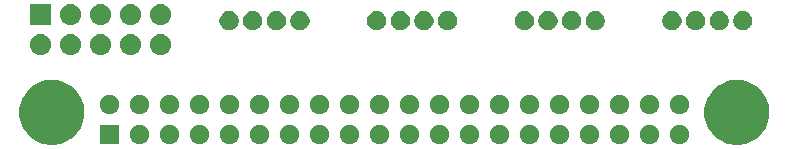
<source format=gbs>
G04 #@! TF.GenerationSoftware,KiCad,Pcbnew,(5.1.2-1)-1*
G04 #@! TF.CreationDate,2019-08-29T12:58:10+09:00*
G04 #@! TF.ProjectId,NervesAddonBoard,4e657276-6573-4416-9464-6f6e426f6172,rev?*
G04 #@! TF.SameCoordinates,Original*
G04 #@! TF.FileFunction,Soldermask,Bot*
G04 #@! TF.FilePolarity,Negative*
%FSLAX46Y46*%
G04 Gerber Fmt 4.6, Leading zero omitted, Abs format (unit mm)*
G04 Created by KiCad (PCBNEW (5.1.2-1)-1) date 2019-08-29 12:58:10*
%MOMM*%
%LPD*%
G04 APERTURE LIST*
%ADD10C,0.100000*%
G04 APERTURE END LIST*
D10*
G36*
X82036693Y-32061859D02*
G01*
X82302437Y-32114719D01*
X82803087Y-32322095D01*
X82983561Y-32442684D01*
X83253660Y-32623158D01*
X83636842Y-33006340D01*
X83817316Y-33276439D01*
X83937905Y-33456913D01*
X84145281Y-33957563D01*
X84187552Y-34170074D01*
X84248226Y-34475101D01*
X84251000Y-34489050D01*
X84251000Y-35030950D01*
X84145281Y-35562437D01*
X83937905Y-36063087D01*
X83817316Y-36243561D01*
X83636842Y-36513660D01*
X83253660Y-36896842D01*
X83076672Y-37015101D01*
X82803087Y-37197905D01*
X82302437Y-37405281D01*
X82112810Y-37443000D01*
X81770951Y-37511000D01*
X81229049Y-37511000D01*
X80887190Y-37443000D01*
X80697563Y-37405281D01*
X80196913Y-37197905D01*
X79923328Y-37015101D01*
X79746340Y-36896842D01*
X79363158Y-36513660D01*
X79182684Y-36243561D01*
X79062095Y-36063087D01*
X78854719Y-35562437D01*
X78749000Y-35030950D01*
X78749000Y-34489050D01*
X78751775Y-34475101D01*
X78812448Y-34170074D01*
X78854719Y-33957563D01*
X79062095Y-33456913D01*
X79182684Y-33276439D01*
X79363158Y-33006340D01*
X79746340Y-32623158D01*
X80016439Y-32442684D01*
X80196913Y-32322095D01*
X80697563Y-32114719D01*
X80963307Y-32061859D01*
X81229049Y-32009000D01*
X81770951Y-32009000D01*
X82036693Y-32061859D01*
X82036693Y-32061859D01*
G37*
G36*
X24036693Y-32061859D02*
G01*
X24302437Y-32114719D01*
X24803087Y-32322095D01*
X24983561Y-32442684D01*
X25253660Y-32623158D01*
X25636842Y-33006340D01*
X25817316Y-33276439D01*
X25937905Y-33456913D01*
X26145281Y-33957563D01*
X26187552Y-34170074D01*
X26248226Y-34475101D01*
X26251000Y-34489050D01*
X26251000Y-35030950D01*
X26145281Y-35562437D01*
X25937905Y-36063087D01*
X25817316Y-36243561D01*
X25636842Y-36513660D01*
X25253660Y-36896842D01*
X25076672Y-37015101D01*
X24803087Y-37197905D01*
X24302437Y-37405281D01*
X24112810Y-37443000D01*
X23770951Y-37511000D01*
X23229049Y-37511000D01*
X22887190Y-37443000D01*
X22697563Y-37405281D01*
X22196913Y-37197905D01*
X21923328Y-37015101D01*
X21746340Y-36896842D01*
X21363158Y-36513660D01*
X21182684Y-36243561D01*
X21062095Y-36063087D01*
X20854719Y-35562437D01*
X20749000Y-35030950D01*
X20749000Y-34489050D01*
X20751775Y-34475101D01*
X20812448Y-34170074D01*
X20854719Y-33957563D01*
X21062095Y-33456913D01*
X21182684Y-33276439D01*
X21363158Y-33006340D01*
X21746340Y-32623158D01*
X22016439Y-32442684D01*
X22196913Y-32322095D01*
X22697563Y-32114719D01*
X22963307Y-32061859D01*
X23229049Y-32009000D01*
X23770951Y-32009000D01*
X24036693Y-32061859D01*
X24036693Y-32061859D01*
G37*
G36*
X71787142Y-35848242D02*
G01*
X71935101Y-35909529D01*
X72068255Y-35998499D01*
X72181501Y-36111745D01*
X72270471Y-36244899D01*
X72331758Y-36392858D01*
X72363000Y-36549925D01*
X72363000Y-36710075D01*
X72331758Y-36867142D01*
X72270471Y-37015101D01*
X72181501Y-37148255D01*
X72068255Y-37261501D01*
X71935101Y-37350471D01*
X71787142Y-37411758D01*
X71630075Y-37443000D01*
X71469925Y-37443000D01*
X71312858Y-37411758D01*
X71164899Y-37350471D01*
X71031745Y-37261501D01*
X70918499Y-37148255D01*
X70829529Y-37015101D01*
X70768242Y-36867142D01*
X70737000Y-36710075D01*
X70737000Y-36549925D01*
X70768242Y-36392858D01*
X70829529Y-36244899D01*
X70918499Y-36111745D01*
X71031745Y-35998499D01*
X71164899Y-35909529D01*
X71312858Y-35848242D01*
X71469925Y-35817000D01*
X71630075Y-35817000D01*
X71787142Y-35848242D01*
X71787142Y-35848242D01*
G37*
G36*
X69247142Y-35848242D02*
G01*
X69395101Y-35909529D01*
X69528255Y-35998499D01*
X69641501Y-36111745D01*
X69730471Y-36244899D01*
X69791758Y-36392858D01*
X69823000Y-36549925D01*
X69823000Y-36710075D01*
X69791758Y-36867142D01*
X69730471Y-37015101D01*
X69641501Y-37148255D01*
X69528255Y-37261501D01*
X69395101Y-37350471D01*
X69247142Y-37411758D01*
X69090075Y-37443000D01*
X68929925Y-37443000D01*
X68772858Y-37411758D01*
X68624899Y-37350471D01*
X68491745Y-37261501D01*
X68378499Y-37148255D01*
X68289529Y-37015101D01*
X68228242Y-36867142D01*
X68197000Y-36710075D01*
X68197000Y-36549925D01*
X68228242Y-36392858D01*
X68289529Y-36244899D01*
X68378499Y-36111745D01*
X68491745Y-35998499D01*
X68624899Y-35909529D01*
X68772858Y-35848242D01*
X68929925Y-35817000D01*
X69090075Y-35817000D01*
X69247142Y-35848242D01*
X69247142Y-35848242D01*
G37*
G36*
X66707142Y-35848242D02*
G01*
X66855101Y-35909529D01*
X66988255Y-35998499D01*
X67101501Y-36111745D01*
X67190471Y-36244899D01*
X67251758Y-36392858D01*
X67283000Y-36549925D01*
X67283000Y-36710075D01*
X67251758Y-36867142D01*
X67190471Y-37015101D01*
X67101501Y-37148255D01*
X66988255Y-37261501D01*
X66855101Y-37350471D01*
X66707142Y-37411758D01*
X66550075Y-37443000D01*
X66389925Y-37443000D01*
X66232858Y-37411758D01*
X66084899Y-37350471D01*
X65951745Y-37261501D01*
X65838499Y-37148255D01*
X65749529Y-37015101D01*
X65688242Y-36867142D01*
X65657000Y-36710075D01*
X65657000Y-36549925D01*
X65688242Y-36392858D01*
X65749529Y-36244899D01*
X65838499Y-36111745D01*
X65951745Y-35998499D01*
X66084899Y-35909529D01*
X66232858Y-35848242D01*
X66389925Y-35817000D01*
X66550075Y-35817000D01*
X66707142Y-35848242D01*
X66707142Y-35848242D01*
G37*
G36*
X64167142Y-35848242D02*
G01*
X64315101Y-35909529D01*
X64448255Y-35998499D01*
X64561501Y-36111745D01*
X64650471Y-36244899D01*
X64711758Y-36392858D01*
X64743000Y-36549925D01*
X64743000Y-36710075D01*
X64711758Y-36867142D01*
X64650471Y-37015101D01*
X64561501Y-37148255D01*
X64448255Y-37261501D01*
X64315101Y-37350471D01*
X64167142Y-37411758D01*
X64010075Y-37443000D01*
X63849925Y-37443000D01*
X63692858Y-37411758D01*
X63544899Y-37350471D01*
X63411745Y-37261501D01*
X63298499Y-37148255D01*
X63209529Y-37015101D01*
X63148242Y-36867142D01*
X63117000Y-36710075D01*
X63117000Y-36549925D01*
X63148242Y-36392858D01*
X63209529Y-36244899D01*
X63298499Y-36111745D01*
X63411745Y-35998499D01*
X63544899Y-35909529D01*
X63692858Y-35848242D01*
X63849925Y-35817000D01*
X64010075Y-35817000D01*
X64167142Y-35848242D01*
X64167142Y-35848242D01*
G37*
G36*
X61627142Y-35848242D02*
G01*
X61775101Y-35909529D01*
X61908255Y-35998499D01*
X62021501Y-36111745D01*
X62110471Y-36244899D01*
X62171758Y-36392858D01*
X62203000Y-36549925D01*
X62203000Y-36710075D01*
X62171758Y-36867142D01*
X62110471Y-37015101D01*
X62021501Y-37148255D01*
X61908255Y-37261501D01*
X61775101Y-37350471D01*
X61627142Y-37411758D01*
X61470075Y-37443000D01*
X61309925Y-37443000D01*
X61152858Y-37411758D01*
X61004899Y-37350471D01*
X60871745Y-37261501D01*
X60758499Y-37148255D01*
X60669529Y-37015101D01*
X60608242Y-36867142D01*
X60577000Y-36710075D01*
X60577000Y-36549925D01*
X60608242Y-36392858D01*
X60669529Y-36244899D01*
X60758499Y-36111745D01*
X60871745Y-35998499D01*
X61004899Y-35909529D01*
X61152858Y-35848242D01*
X61309925Y-35817000D01*
X61470075Y-35817000D01*
X61627142Y-35848242D01*
X61627142Y-35848242D01*
G37*
G36*
X59087142Y-35848242D02*
G01*
X59235101Y-35909529D01*
X59368255Y-35998499D01*
X59481501Y-36111745D01*
X59570471Y-36244899D01*
X59631758Y-36392858D01*
X59663000Y-36549925D01*
X59663000Y-36710075D01*
X59631758Y-36867142D01*
X59570471Y-37015101D01*
X59481501Y-37148255D01*
X59368255Y-37261501D01*
X59235101Y-37350471D01*
X59087142Y-37411758D01*
X58930075Y-37443000D01*
X58769925Y-37443000D01*
X58612858Y-37411758D01*
X58464899Y-37350471D01*
X58331745Y-37261501D01*
X58218499Y-37148255D01*
X58129529Y-37015101D01*
X58068242Y-36867142D01*
X58037000Y-36710075D01*
X58037000Y-36549925D01*
X58068242Y-36392858D01*
X58129529Y-36244899D01*
X58218499Y-36111745D01*
X58331745Y-35998499D01*
X58464899Y-35909529D01*
X58612858Y-35848242D01*
X58769925Y-35817000D01*
X58930075Y-35817000D01*
X59087142Y-35848242D01*
X59087142Y-35848242D01*
G37*
G36*
X56547142Y-35848242D02*
G01*
X56695101Y-35909529D01*
X56828255Y-35998499D01*
X56941501Y-36111745D01*
X57030471Y-36244899D01*
X57091758Y-36392858D01*
X57123000Y-36549925D01*
X57123000Y-36710075D01*
X57091758Y-36867142D01*
X57030471Y-37015101D01*
X56941501Y-37148255D01*
X56828255Y-37261501D01*
X56695101Y-37350471D01*
X56547142Y-37411758D01*
X56390075Y-37443000D01*
X56229925Y-37443000D01*
X56072858Y-37411758D01*
X55924899Y-37350471D01*
X55791745Y-37261501D01*
X55678499Y-37148255D01*
X55589529Y-37015101D01*
X55528242Y-36867142D01*
X55497000Y-36710075D01*
X55497000Y-36549925D01*
X55528242Y-36392858D01*
X55589529Y-36244899D01*
X55678499Y-36111745D01*
X55791745Y-35998499D01*
X55924899Y-35909529D01*
X56072858Y-35848242D01*
X56229925Y-35817000D01*
X56390075Y-35817000D01*
X56547142Y-35848242D01*
X56547142Y-35848242D01*
G37*
G36*
X54007142Y-35848242D02*
G01*
X54155101Y-35909529D01*
X54288255Y-35998499D01*
X54401501Y-36111745D01*
X54490471Y-36244899D01*
X54551758Y-36392858D01*
X54583000Y-36549925D01*
X54583000Y-36710075D01*
X54551758Y-36867142D01*
X54490471Y-37015101D01*
X54401501Y-37148255D01*
X54288255Y-37261501D01*
X54155101Y-37350471D01*
X54007142Y-37411758D01*
X53850075Y-37443000D01*
X53689925Y-37443000D01*
X53532858Y-37411758D01*
X53384899Y-37350471D01*
X53251745Y-37261501D01*
X53138499Y-37148255D01*
X53049529Y-37015101D01*
X52988242Y-36867142D01*
X52957000Y-36710075D01*
X52957000Y-36549925D01*
X52988242Y-36392858D01*
X53049529Y-36244899D01*
X53138499Y-36111745D01*
X53251745Y-35998499D01*
X53384899Y-35909529D01*
X53532858Y-35848242D01*
X53689925Y-35817000D01*
X53850075Y-35817000D01*
X54007142Y-35848242D01*
X54007142Y-35848242D01*
G37*
G36*
X51467142Y-35848242D02*
G01*
X51615101Y-35909529D01*
X51748255Y-35998499D01*
X51861501Y-36111745D01*
X51950471Y-36244899D01*
X52011758Y-36392858D01*
X52043000Y-36549925D01*
X52043000Y-36710075D01*
X52011758Y-36867142D01*
X51950471Y-37015101D01*
X51861501Y-37148255D01*
X51748255Y-37261501D01*
X51615101Y-37350471D01*
X51467142Y-37411758D01*
X51310075Y-37443000D01*
X51149925Y-37443000D01*
X50992858Y-37411758D01*
X50844899Y-37350471D01*
X50711745Y-37261501D01*
X50598499Y-37148255D01*
X50509529Y-37015101D01*
X50448242Y-36867142D01*
X50417000Y-36710075D01*
X50417000Y-36549925D01*
X50448242Y-36392858D01*
X50509529Y-36244899D01*
X50598499Y-36111745D01*
X50711745Y-35998499D01*
X50844899Y-35909529D01*
X50992858Y-35848242D01*
X51149925Y-35817000D01*
X51310075Y-35817000D01*
X51467142Y-35848242D01*
X51467142Y-35848242D01*
G37*
G36*
X48927142Y-35848242D02*
G01*
X49075101Y-35909529D01*
X49208255Y-35998499D01*
X49321501Y-36111745D01*
X49410471Y-36244899D01*
X49471758Y-36392858D01*
X49503000Y-36549925D01*
X49503000Y-36710075D01*
X49471758Y-36867142D01*
X49410471Y-37015101D01*
X49321501Y-37148255D01*
X49208255Y-37261501D01*
X49075101Y-37350471D01*
X48927142Y-37411758D01*
X48770075Y-37443000D01*
X48609925Y-37443000D01*
X48452858Y-37411758D01*
X48304899Y-37350471D01*
X48171745Y-37261501D01*
X48058499Y-37148255D01*
X47969529Y-37015101D01*
X47908242Y-36867142D01*
X47877000Y-36710075D01*
X47877000Y-36549925D01*
X47908242Y-36392858D01*
X47969529Y-36244899D01*
X48058499Y-36111745D01*
X48171745Y-35998499D01*
X48304899Y-35909529D01*
X48452858Y-35848242D01*
X48609925Y-35817000D01*
X48770075Y-35817000D01*
X48927142Y-35848242D01*
X48927142Y-35848242D01*
G37*
G36*
X46387142Y-35848242D02*
G01*
X46535101Y-35909529D01*
X46668255Y-35998499D01*
X46781501Y-36111745D01*
X46870471Y-36244899D01*
X46931758Y-36392858D01*
X46963000Y-36549925D01*
X46963000Y-36710075D01*
X46931758Y-36867142D01*
X46870471Y-37015101D01*
X46781501Y-37148255D01*
X46668255Y-37261501D01*
X46535101Y-37350471D01*
X46387142Y-37411758D01*
X46230075Y-37443000D01*
X46069925Y-37443000D01*
X45912858Y-37411758D01*
X45764899Y-37350471D01*
X45631745Y-37261501D01*
X45518499Y-37148255D01*
X45429529Y-37015101D01*
X45368242Y-36867142D01*
X45337000Y-36710075D01*
X45337000Y-36549925D01*
X45368242Y-36392858D01*
X45429529Y-36244899D01*
X45518499Y-36111745D01*
X45631745Y-35998499D01*
X45764899Y-35909529D01*
X45912858Y-35848242D01*
X46069925Y-35817000D01*
X46230075Y-35817000D01*
X46387142Y-35848242D01*
X46387142Y-35848242D01*
G37*
G36*
X43847142Y-35848242D02*
G01*
X43995101Y-35909529D01*
X44128255Y-35998499D01*
X44241501Y-36111745D01*
X44330471Y-36244899D01*
X44391758Y-36392858D01*
X44423000Y-36549925D01*
X44423000Y-36710075D01*
X44391758Y-36867142D01*
X44330471Y-37015101D01*
X44241501Y-37148255D01*
X44128255Y-37261501D01*
X43995101Y-37350471D01*
X43847142Y-37411758D01*
X43690075Y-37443000D01*
X43529925Y-37443000D01*
X43372858Y-37411758D01*
X43224899Y-37350471D01*
X43091745Y-37261501D01*
X42978499Y-37148255D01*
X42889529Y-37015101D01*
X42828242Y-36867142D01*
X42797000Y-36710075D01*
X42797000Y-36549925D01*
X42828242Y-36392858D01*
X42889529Y-36244899D01*
X42978499Y-36111745D01*
X43091745Y-35998499D01*
X43224899Y-35909529D01*
X43372858Y-35848242D01*
X43529925Y-35817000D01*
X43690075Y-35817000D01*
X43847142Y-35848242D01*
X43847142Y-35848242D01*
G37*
G36*
X41307142Y-35848242D02*
G01*
X41455101Y-35909529D01*
X41588255Y-35998499D01*
X41701501Y-36111745D01*
X41790471Y-36244899D01*
X41851758Y-36392858D01*
X41883000Y-36549925D01*
X41883000Y-36710075D01*
X41851758Y-36867142D01*
X41790471Y-37015101D01*
X41701501Y-37148255D01*
X41588255Y-37261501D01*
X41455101Y-37350471D01*
X41307142Y-37411758D01*
X41150075Y-37443000D01*
X40989925Y-37443000D01*
X40832858Y-37411758D01*
X40684899Y-37350471D01*
X40551745Y-37261501D01*
X40438499Y-37148255D01*
X40349529Y-37015101D01*
X40288242Y-36867142D01*
X40257000Y-36710075D01*
X40257000Y-36549925D01*
X40288242Y-36392858D01*
X40349529Y-36244899D01*
X40438499Y-36111745D01*
X40551745Y-35998499D01*
X40684899Y-35909529D01*
X40832858Y-35848242D01*
X40989925Y-35817000D01*
X41150075Y-35817000D01*
X41307142Y-35848242D01*
X41307142Y-35848242D01*
G37*
G36*
X38767142Y-35848242D02*
G01*
X38915101Y-35909529D01*
X39048255Y-35998499D01*
X39161501Y-36111745D01*
X39250471Y-36244899D01*
X39311758Y-36392858D01*
X39343000Y-36549925D01*
X39343000Y-36710075D01*
X39311758Y-36867142D01*
X39250471Y-37015101D01*
X39161501Y-37148255D01*
X39048255Y-37261501D01*
X38915101Y-37350471D01*
X38767142Y-37411758D01*
X38610075Y-37443000D01*
X38449925Y-37443000D01*
X38292858Y-37411758D01*
X38144899Y-37350471D01*
X38011745Y-37261501D01*
X37898499Y-37148255D01*
X37809529Y-37015101D01*
X37748242Y-36867142D01*
X37717000Y-36710075D01*
X37717000Y-36549925D01*
X37748242Y-36392858D01*
X37809529Y-36244899D01*
X37898499Y-36111745D01*
X38011745Y-35998499D01*
X38144899Y-35909529D01*
X38292858Y-35848242D01*
X38449925Y-35817000D01*
X38610075Y-35817000D01*
X38767142Y-35848242D01*
X38767142Y-35848242D01*
G37*
G36*
X36227142Y-35848242D02*
G01*
X36375101Y-35909529D01*
X36508255Y-35998499D01*
X36621501Y-36111745D01*
X36710471Y-36244899D01*
X36771758Y-36392858D01*
X36803000Y-36549925D01*
X36803000Y-36710075D01*
X36771758Y-36867142D01*
X36710471Y-37015101D01*
X36621501Y-37148255D01*
X36508255Y-37261501D01*
X36375101Y-37350471D01*
X36227142Y-37411758D01*
X36070075Y-37443000D01*
X35909925Y-37443000D01*
X35752858Y-37411758D01*
X35604899Y-37350471D01*
X35471745Y-37261501D01*
X35358499Y-37148255D01*
X35269529Y-37015101D01*
X35208242Y-36867142D01*
X35177000Y-36710075D01*
X35177000Y-36549925D01*
X35208242Y-36392858D01*
X35269529Y-36244899D01*
X35358499Y-36111745D01*
X35471745Y-35998499D01*
X35604899Y-35909529D01*
X35752858Y-35848242D01*
X35909925Y-35817000D01*
X36070075Y-35817000D01*
X36227142Y-35848242D01*
X36227142Y-35848242D01*
G37*
G36*
X33687142Y-35848242D02*
G01*
X33835101Y-35909529D01*
X33968255Y-35998499D01*
X34081501Y-36111745D01*
X34170471Y-36244899D01*
X34231758Y-36392858D01*
X34263000Y-36549925D01*
X34263000Y-36710075D01*
X34231758Y-36867142D01*
X34170471Y-37015101D01*
X34081501Y-37148255D01*
X33968255Y-37261501D01*
X33835101Y-37350471D01*
X33687142Y-37411758D01*
X33530075Y-37443000D01*
X33369925Y-37443000D01*
X33212858Y-37411758D01*
X33064899Y-37350471D01*
X32931745Y-37261501D01*
X32818499Y-37148255D01*
X32729529Y-37015101D01*
X32668242Y-36867142D01*
X32637000Y-36710075D01*
X32637000Y-36549925D01*
X32668242Y-36392858D01*
X32729529Y-36244899D01*
X32818499Y-36111745D01*
X32931745Y-35998499D01*
X33064899Y-35909529D01*
X33212858Y-35848242D01*
X33369925Y-35817000D01*
X33530075Y-35817000D01*
X33687142Y-35848242D01*
X33687142Y-35848242D01*
G37*
G36*
X31147142Y-35848242D02*
G01*
X31295101Y-35909529D01*
X31428255Y-35998499D01*
X31541501Y-36111745D01*
X31630471Y-36244899D01*
X31691758Y-36392858D01*
X31723000Y-36549925D01*
X31723000Y-36710075D01*
X31691758Y-36867142D01*
X31630471Y-37015101D01*
X31541501Y-37148255D01*
X31428255Y-37261501D01*
X31295101Y-37350471D01*
X31147142Y-37411758D01*
X30990075Y-37443000D01*
X30829925Y-37443000D01*
X30672858Y-37411758D01*
X30524899Y-37350471D01*
X30391745Y-37261501D01*
X30278499Y-37148255D01*
X30189529Y-37015101D01*
X30128242Y-36867142D01*
X30097000Y-36710075D01*
X30097000Y-36549925D01*
X30128242Y-36392858D01*
X30189529Y-36244899D01*
X30278499Y-36111745D01*
X30391745Y-35998499D01*
X30524899Y-35909529D01*
X30672858Y-35848242D01*
X30829925Y-35817000D01*
X30990075Y-35817000D01*
X31147142Y-35848242D01*
X31147142Y-35848242D01*
G37*
G36*
X29183000Y-37443000D02*
G01*
X27557000Y-37443000D01*
X27557000Y-35817000D01*
X29183000Y-35817000D01*
X29183000Y-37443000D01*
X29183000Y-37443000D01*
G37*
G36*
X74327142Y-35848242D02*
G01*
X74475101Y-35909529D01*
X74608255Y-35998499D01*
X74721501Y-36111745D01*
X74810471Y-36244899D01*
X74871758Y-36392858D01*
X74903000Y-36549925D01*
X74903000Y-36710075D01*
X74871758Y-36867142D01*
X74810471Y-37015101D01*
X74721501Y-37148255D01*
X74608255Y-37261501D01*
X74475101Y-37350471D01*
X74327142Y-37411758D01*
X74170075Y-37443000D01*
X74009925Y-37443000D01*
X73852858Y-37411758D01*
X73704899Y-37350471D01*
X73571745Y-37261501D01*
X73458499Y-37148255D01*
X73369529Y-37015101D01*
X73308242Y-36867142D01*
X73277000Y-36710075D01*
X73277000Y-36549925D01*
X73308242Y-36392858D01*
X73369529Y-36244899D01*
X73458499Y-36111745D01*
X73571745Y-35998499D01*
X73704899Y-35909529D01*
X73852858Y-35848242D01*
X74009925Y-35817000D01*
X74170075Y-35817000D01*
X74327142Y-35848242D01*
X74327142Y-35848242D01*
G37*
G36*
X76867142Y-35848242D02*
G01*
X77015101Y-35909529D01*
X77148255Y-35998499D01*
X77261501Y-36111745D01*
X77350471Y-36244899D01*
X77411758Y-36392858D01*
X77443000Y-36549925D01*
X77443000Y-36710075D01*
X77411758Y-36867142D01*
X77350471Y-37015101D01*
X77261501Y-37148255D01*
X77148255Y-37261501D01*
X77015101Y-37350471D01*
X76867142Y-37411758D01*
X76710075Y-37443000D01*
X76549925Y-37443000D01*
X76392858Y-37411758D01*
X76244899Y-37350471D01*
X76111745Y-37261501D01*
X75998499Y-37148255D01*
X75909529Y-37015101D01*
X75848242Y-36867142D01*
X75817000Y-36710075D01*
X75817000Y-36549925D01*
X75848242Y-36392858D01*
X75909529Y-36244899D01*
X75998499Y-36111745D01*
X76111745Y-35998499D01*
X76244899Y-35909529D01*
X76392858Y-35848242D01*
X76549925Y-35817000D01*
X76710075Y-35817000D01*
X76867142Y-35848242D01*
X76867142Y-35848242D01*
G37*
G36*
X46387142Y-33308242D02*
G01*
X46535101Y-33369529D01*
X46668255Y-33458499D01*
X46781501Y-33571745D01*
X46870471Y-33704899D01*
X46931758Y-33852858D01*
X46963000Y-34009925D01*
X46963000Y-34170075D01*
X46931758Y-34327142D01*
X46870471Y-34475101D01*
X46781501Y-34608255D01*
X46668255Y-34721501D01*
X46535101Y-34810471D01*
X46387142Y-34871758D01*
X46230075Y-34903000D01*
X46069925Y-34903000D01*
X45912858Y-34871758D01*
X45764899Y-34810471D01*
X45631745Y-34721501D01*
X45518499Y-34608255D01*
X45429529Y-34475101D01*
X45368242Y-34327142D01*
X45337000Y-34170075D01*
X45337000Y-34009925D01*
X45368242Y-33852858D01*
X45429529Y-33704899D01*
X45518499Y-33571745D01*
X45631745Y-33458499D01*
X45764899Y-33369529D01*
X45912858Y-33308242D01*
X46069925Y-33277000D01*
X46230075Y-33277000D01*
X46387142Y-33308242D01*
X46387142Y-33308242D01*
G37*
G36*
X43847142Y-33308242D02*
G01*
X43995101Y-33369529D01*
X44128255Y-33458499D01*
X44241501Y-33571745D01*
X44330471Y-33704899D01*
X44391758Y-33852858D01*
X44423000Y-34009925D01*
X44423000Y-34170075D01*
X44391758Y-34327142D01*
X44330471Y-34475101D01*
X44241501Y-34608255D01*
X44128255Y-34721501D01*
X43995101Y-34810471D01*
X43847142Y-34871758D01*
X43690075Y-34903000D01*
X43529925Y-34903000D01*
X43372858Y-34871758D01*
X43224899Y-34810471D01*
X43091745Y-34721501D01*
X42978499Y-34608255D01*
X42889529Y-34475101D01*
X42828242Y-34327142D01*
X42797000Y-34170075D01*
X42797000Y-34009925D01*
X42828242Y-33852858D01*
X42889529Y-33704899D01*
X42978499Y-33571745D01*
X43091745Y-33458499D01*
X43224899Y-33369529D01*
X43372858Y-33308242D01*
X43529925Y-33277000D01*
X43690075Y-33277000D01*
X43847142Y-33308242D01*
X43847142Y-33308242D01*
G37*
G36*
X76867142Y-33308242D02*
G01*
X77015101Y-33369529D01*
X77148255Y-33458499D01*
X77261501Y-33571745D01*
X77350471Y-33704899D01*
X77411758Y-33852858D01*
X77443000Y-34009925D01*
X77443000Y-34170075D01*
X77411758Y-34327142D01*
X77350471Y-34475101D01*
X77261501Y-34608255D01*
X77148255Y-34721501D01*
X77015101Y-34810471D01*
X76867142Y-34871758D01*
X76710075Y-34903000D01*
X76549925Y-34903000D01*
X76392858Y-34871758D01*
X76244899Y-34810471D01*
X76111745Y-34721501D01*
X75998499Y-34608255D01*
X75909529Y-34475101D01*
X75848242Y-34327142D01*
X75817000Y-34170075D01*
X75817000Y-34009925D01*
X75848242Y-33852858D01*
X75909529Y-33704899D01*
X75998499Y-33571745D01*
X76111745Y-33458499D01*
X76244899Y-33369529D01*
X76392858Y-33308242D01*
X76549925Y-33277000D01*
X76710075Y-33277000D01*
X76867142Y-33308242D01*
X76867142Y-33308242D01*
G37*
G36*
X74327142Y-33308242D02*
G01*
X74475101Y-33369529D01*
X74608255Y-33458499D01*
X74721501Y-33571745D01*
X74810471Y-33704899D01*
X74871758Y-33852858D01*
X74903000Y-34009925D01*
X74903000Y-34170075D01*
X74871758Y-34327142D01*
X74810471Y-34475101D01*
X74721501Y-34608255D01*
X74608255Y-34721501D01*
X74475101Y-34810471D01*
X74327142Y-34871758D01*
X74170075Y-34903000D01*
X74009925Y-34903000D01*
X73852858Y-34871758D01*
X73704899Y-34810471D01*
X73571745Y-34721501D01*
X73458499Y-34608255D01*
X73369529Y-34475101D01*
X73308242Y-34327142D01*
X73277000Y-34170075D01*
X73277000Y-34009925D01*
X73308242Y-33852858D01*
X73369529Y-33704899D01*
X73458499Y-33571745D01*
X73571745Y-33458499D01*
X73704899Y-33369529D01*
X73852858Y-33308242D01*
X74009925Y-33277000D01*
X74170075Y-33277000D01*
X74327142Y-33308242D01*
X74327142Y-33308242D01*
G37*
G36*
X41307142Y-33308242D02*
G01*
X41455101Y-33369529D01*
X41588255Y-33458499D01*
X41701501Y-33571745D01*
X41790471Y-33704899D01*
X41851758Y-33852858D01*
X41883000Y-34009925D01*
X41883000Y-34170075D01*
X41851758Y-34327142D01*
X41790471Y-34475101D01*
X41701501Y-34608255D01*
X41588255Y-34721501D01*
X41455101Y-34810471D01*
X41307142Y-34871758D01*
X41150075Y-34903000D01*
X40989925Y-34903000D01*
X40832858Y-34871758D01*
X40684899Y-34810471D01*
X40551745Y-34721501D01*
X40438499Y-34608255D01*
X40349529Y-34475101D01*
X40288242Y-34327142D01*
X40257000Y-34170075D01*
X40257000Y-34009925D01*
X40288242Y-33852858D01*
X40349529Y-33704899D01*
X40438499Y-33571745D01*
X40551745Y-33458499D01*
X40684899Y-33369529D01*
X40832858Y-33308242D01*
X40989925Y-33277000D01*
X41150075Y-33277000D01*
X41307142Y-33308242D01*
X41307142Y-33308242D01*
G37*
G36*
X71787142Y-33308242D02*
G01*
X71935101Y-33369529D01*
X72068255Y-33458499D01*
X72181501Y-33571745D01*
X72270471Y-33704899D01*
X72331758Y-33852858D01*
X72363000Y-34009925D01*
X72363000Y-34170075D01*
X72331758Y-34327142D01*
X72270471Y-34475101D01*
X72181501Y-34608255D01*
X72068255Y-34721501D01*
X71935101Y-34810471D01*
X71787142Y-34871758D01*
X71630075Y-34903000D01*
X71469925Y-34903000D01*
X71312858Y-34871758D01*
X71164899Y-34810471D01*
X71031745Y-34721501D01*
X70918499Y-34608255D01*
X70829529Y-34475101D01*
X70768242Y-34327142D01*
X70737000Y-34170075D01*
X70737000Y-34009925D01*
X70768242Y-33852858D01*
X70829529Y-33704899D01*
X70918499Y-33571745D01*
X71031745Y-33458499D01*
X71164899Y-33369529D01*
X71312858Y-33308242D01*
X71469925Y-33277000D01*
X71630075Y-33277000D01*
X71787142Y-33308242D01*
X71787142Y-33308242D01*
G37*
G36*
X38767142Y-33308242D02*
G01*
X38915101Y-33369529D01*
X39048255Y-33458499D01*
X39161501Y-33571745D01*
X39250471Y-33704899D01*
X39311758Y-33852858D01*
X39343000Y-34009925D01*
X39343000Y-34170075D01*
X39311758Y-34327142D01*
X39250471Y-34475101D01*
X39161501Y-34608255D01*
X39048255Y-34721501D01*
X38915101Y-34810471D01*
X38767142Y-34871758D01*
X38610075Y-34903000D01*
X38449925Y-34903000D01*
X38292858Y-34871758D01*
X38144899Y-34810471D01*
X38011745Y-34721501D01*
X37898499Y-34608255D01*
X37809529Y-34475101D01*
X37748242Y-34327142D01*
X37717000Y-34170075D01*
X37717000Y-34009925D01*
X37748242Y-33852858D01*
X37809529Y-33704899D01*
X37898499Y-33571745D01*
X38011745Y-33458499D01*
X38144899Y-33369529D01*
X38292858Y-33308242D01*
X38449925Y-33277000D01*
X38610075Y-33277000D01*
X38767142Y-33308242D01*
X38767142Y-33308242D01*
G37*
G36*
X69247142Y-33308242D02*
G01*
X69395101Y-33369529D01*
X69528255Y-33458499D01*
X69641501Y-33571745D01*
X69730471Y-33704899D01*
X69791758Y-33852858D01*
X69823000Y-34009925D01*
X69823000Y-34170075D01*
X69791758Y-34327142D01*
X69730471Y-34475101D01*
X69641501Y-34608255D01*
X69528255Y-34721501D01*
X69395101Y-34810471D01*
X69247142Y-34871758D01*
X69090075Y-34903000D01*
X68929925Y-34903000D01*
X68772858Y-34871758D01*
X68624899Y-34810471D01*
X68491745Y-34721501D01*
X68378499Y-34608255D01*
X68289529Y-34475101D01*
X68228242Y-34327142D01*
X68197000Y-34170075D01*
X68197000Y-34009925D01*
X68228242Y-33852858D01*
X68289529Y-33704899D01*
X68378499Y-33571745D01*
X68491745Y-33458499D01*
X68624899Y-33369529D01*
X68772858Y-33308242D01*
X68929925Y-33277000D01*
X69090075Y-33277000D01*
X69247142Y-33308242D01*
X69247142Y-33308242D01*
G37*
G36*
X36227142Y-33308242D02*
G01*
X36375101Y-33369529D01*
X36508255Y-33458499D01*
X36621501Y-33571745D01*
X36710471Y-33704899D01*
X36771758Y-33852858D01*
X36803000Y-34009925D01*
X36803000Y-34170075D01*
X36771758Y-34327142D01*
X36710471Y-34475101D01*
X36621501Y-34608255D01*
X36508255Y-34721501D01*
X36375101Y-34810471D01*
X36227142Y-34871758D01*
X36070075Y-34903000D01*
X35909925Y-34903000D01*
X35752858Y-34871758D01*
X35604899Y-34810471D01*
X35471745Y-34721501D01*
X35358499Y-34608255D01*
X35269529Y-34475101D01*
X35208242Y-34327142D01*
X35177000Y-34170075D01*
X35177000Y-34009925D01*
X35208242Y-33852858D01*
X35269529Y-33704899D01*
X35358499Y-33571745D01*
X35471745Y-33458499D01*
X35604899Y-33369529D01*
X35752858Y-33308242D01*
X35909925Y-33277000D01*
X36070075Y-33277000D01*
X36227142Y-33308242D01*
X36227142Y-33308242D01*
G37*
G36*
X28607142Y-33308242D02*
G01*
X28755101Y-33369529D01*
X28888255Y-33458499D01*
X29001501Y-33571745D01*
X29090471Y-33704899D01*
X29151758Y-33852858D01*
X29183000Y-34009925D01*
X29183000Y-34170075D01*
X29151758Y-34327142D01*
X29090471Y-34475101D01*
X29001501Y-34608255D01*
X28888255Y-34721501D01*
X28755101Y-34810471D01*
X28607142Y-34871758D01*
X28450075Y-34903000D01*
X28289925Y-34903000D01*
X28132858Y-34871758D01*
X27984899Y-34810471D01*
X27851745Y-34721501D01*
X27738499Y-34608255D01*
X27649529Y-34475101D01*
X27588242Y-34327142D01*
X27557000Y-34170075D01*
X27557000Y-34009925D01*
X27588242Y-33852858D01*
X27649529Y-33704899D01*
X27738499Y-33571745D01*
X27851745Y-33458499D01*
X27984899Y-33369529D01*
X28132858Y-33308242D01*
X28289925Y-33277000D01*
X28450075Y-33277000D01*
X28607142Y-33308242D01*
X28607142Y-33308242D01*
G37*
G36*
X31147142Y-33308242D02*
G01*
X31295101Y-33369529D01*
X31428255Y-33458499D01*
X31541501Y-33571745D01*
X31630471Y-33704899D01*
X31691758Y-33852858D01*
X31723000Y-34009925D01*
X31723000Y-34170075D01*
X31691758Y-34327142D01*
X31630471Y-34475101D01*
X31541501Y-34608255D01*
X31428255Y-34721501D01*
X31295101Y-34810471D01*
X31147142Y-34871758D01*
X30990075Y-34903000D01*
X30829925Y-34903000D01*
X30672858Y-34871758D01*
X30524899Y-34810471D01*
X30391745Y-34721501D01*
X30278499Y-34608255D01*
X30189529Y-34475101D01*
X30128242Y-34327142D01*
X30097000Y-34170075D01*
X30097000Y-34009925D01*
X30128242Y-33852858D01*
X30189529Y-33704899D01*
X30278499Y-33571745D01*
X30391745Y-33458499D01*
X30524899Y-33369529D01*
X30672858Y-33308242D01*
X30829925Y-33277000D01*
X30990075Y-33277000D01*
X31147142Y-33308242D01*
X31147142Y-33308242D01*
G37*
G36*
X66707142Y-33308242D02*
G01*
X66855101Y-33369529D01*
X66988255Y-33458499D01*
X67101501Y-33571745D01*
X67190471Y-33704899D01*
X67251758Y-33852858D01*
X67283000Y-34009925D01*
X67283000Y-34170075D01*
X67251758Y-34327142D01*
X67190471Y-34475101D01*
X67101501Y-34608255D01*
X66988255Y-34721501D01*
X66855101Y-34810471D01*
X66707142Y-34871758D01*
X66550075Y-34903000D01*
X66389925Y-34903000D01*
X66232858Y-34871758D01*
X66084899Y-34810471D01*
X65951745Y-34721501D01*
X65838499Y-34608255D01*
X65749529Y-34475101D01*
X65688242Y-34327142D01*
X65657000Y-34170075D01*
X65657000Y-34009925D01*
X65688242Y-33852858D01*
X65749529Y-33704899D01*
X65838499Y-33571745D01*
X65951745Y-33458499D01*
X66084899Y-33369529D01*
X66232858Y-33308242D01*
X66389925Y-33277000D01*
X66550075Y-33277000D01*
X66707142Y-33308242D01*
X66707142Y-33308242D01*
G37*
G36*
X33687142Y-33308242D02*
G01*
X33835101Y-33369529D01*
X33968255Y-33458499D01*
X34081501Y-33571745D01*
X34170471Y-33704899D01*
X34231758Y-33852858D01*
X34263000Y-34009925D01*
X34263000Y-34170075D01*
X34231758Y-34327142D01*
X34170471Y-34475101D01*
X34081501Y-34608255D01*
X33968255Y-34721501D01*
X33835101Y-34810471D01*
X33687142Y-34871758D01*
X33530075Y-34903000D01*
X33369925Y-34903000D01*
X33212858Y-34871758D01*
X33064899Y-34810471D01*
X32931745Y-34721501D01*
X32818499Y-34608255D01*
X32729529Y-34475101D01*
X32668242Y-34327142D01*
X32637000Y-34170075D01*
X32637000Y-34009925D01*
X32668242Y-33852858D01*
X32729529Y-33704899D01*
X32818499Y-33571745D01*
X32931745Y-33458499D01*
X33064899Y-33369529D01*
X33212858Y-33308242D01*
X33369925Y-33277000D01*
X33530075Y-33277000D01*
X33687142Y-33308242D01*
X33687142Y-33308242D01*
G37*
G36*
X64167142Y-33308242D02*
G01*
X64315101Y-33369529D01*
X64448255Y-33458499D01*
X64561501Y-33571745D01*
X64650471Y-33704899D01*
X64711758Y-33852858D01*
X64743000Y-34009925D01*
X64743000Y-34170075D01*
X64711758Y-34327142D01*
X64650471Y-34475101D01*
X64561501Y-34608255D01*
X64448255Y-34721501D01*
X64315101Y-34810471D01*
X64167142Y-34871758D01*
X64010075Y-34903000D01*
X63849925Y-34903000D01*
X63692858Y-34871758D01*
X63544899Y-34810471D01*
X63411745Y-34721501D01*
X63298499Y-34608255D01*
X63209529Y-34475101D01*
X63148242Y-34327142D01*
X63117000Y-34170075D01*
X63117000Y-34009925D01*
X63148242Y-33852858D01*
X63209529Y-33704899D01*
X63298499Y-33571745D01*
X63411745Y-33458499D01*
X63544899Y-33369529D01*
X63692858Y-33308242D01*
X63849925Y-33277000D01*
X64010075Y-33277000D01*
X64167142Y-33308242D01*
X64167142Y-33308242D01*
G37*
G36*
X61627142Y-33308242D02*
G01*
X61775101Y-33369529D01*
X61908255Y-33458499D01*
X62021501Y-33571745D01*
X62110471Y-33704899D01*
X62171758Y-33852858D01*
X62203000Y-34009925D01*
X62203000Y-34170075D01*
X62171758Y-34327142D01*
X62110471Y-34475101D01*
X62021501Y-34608255D01*
X61908255Y-34721501D01*
X61775101Y-34810471D01*
X61627142Y-34871758D01*
X61470075Y-34903000D01*
X61309925Y-34903000D01*
X61152858Y-34871758D01*
X61004899Y-34810471D01*
X60871745Y-34721501D01*
X60758499Y-34608255D01*
X60669529Y-34475101D01*
X60608242Y-34327142D01*
X60577000Y-34170075D01*
X60577000Y-34009925D01*
X60608242Y-33852858D01*
X60669529Y-33704899D01*
X60758499Y-33571745D01*
X60871745Y-33458499D01*
X61004899Y-33369529D01*
X61152858Y-33308242D01*
X61309925Y-33277000D01*
X61470075Y-33277000D01*
X61627142Y-33308242D01*
X61627142Y-33308242D01*
G37*
G36*
X59087142Y-33308242D02*
G01*
X59235101Y-33369529D01*
X59368255Y-33458499D01*
X59481501Y-33571745D01*
X59570471Y-33704899D01*
X59631758Y-33852858D01*
X59663000Y-34009925D01*
X59663000Y-34170075D01*
X59631758Y-34327142D01*
X59570471Y-34475101D01*
X59481501Y-34608255D01*
X59368255Y-34721501D01*
X59235101Y-34810471D01*
X59087142Y-34871758D01*
X58930075Y-34903000D01*
X58769925Y-34903000D01*
X58612858Y-34871758D01*
X58464899Y-34810471D01*
X58331745Y-34721501D01*
X58218499Y-34608255D01*
X58129529Y-34475101D01*
X58068242Y-34327142D01*
X58037000Y-34170075D01*
X58037000Y-34009925D01*
X58068242Y-33852858D01*
X58129529Y-33704899D01*
X58218499Y-33571745D01*
X58331745Y-33458499D01*
X58464899Y-33369529D01*
X58612858Y-33308242D01*
X58769925Y-33277000D01*
X58930075Y-33277000D01*
X59087142Y-33308242D01*
X59087142Y-33308242D01*
G37*
G36*
X56547142Y-33308242D02*
G01*
X56695101Y-33369529D01*
X56828255Y-33458499D01*
X56941501Y-33571745D01*
X57030471Y-33704899D01*
X57091758Y-33852858D01*
X57123000Y-34009925D01*
X57123000Y-34170075D01*
X57091758Y-34327142D01*
X57030471Y-34475101D01*
X56941501Y-34608255D01*
X56828255Y-34721501D01*
X56695101Y-34810471D01*
X56547142Y-34871758D01*
X56390075Y-34903000D01*
X56229925Y-34903000D01*
X56072858Y-34871758D01*
X55924899Y-34810471D01*
X55791745Y-34721501D01*
X55678499Y-34608255D01*
X55589529Y-34475101D01*
X55528242Y-34327142D01*
X55497000Y-34170075D01*
X55497000Y-34009925D01*
X55528242Y-33852858D01*
X55589529Y-33704899D01*
X55678499Y-33571745D01*
X55791745Y-33458499D01*
X55924899Y-33369529D01*
X56072858Y-33308242D01*
X56229925Y-33277000D01*
X56390075Y-33277000D01*
X56547142Y-33308242D01*
X56547142Y-33308242D01*
G37*
G36*
X54007142Y-33308242D02*
G01*
X54155101Y-33369529D01*
X54288255Y-33458499D01*
X54401501Y-33571745D01*
X54490471Y-33704899D01*
X54551758Y-33852858D01*
X54583000Y-34009925D01*
X54583000Y-34170075D01*
X54551758Y-34327142D01*
X54490471Y-34475101D01*
X54401501Y-34608255D01*
X54288255Y-34721501D01*
X54155101Y-34810471D01*
X54007142Y-34871758D01*
X53850075Y-34903000D01*
X53689925Y-34903000D01*
X53532858Y-34871758D01*
X53384899Y-34810471D01*
X53251745Y-34721501D01*
X53138499Y-34608255D01*
X53049529Y-34475101D01*
X52988242Y-34327142D01*
X52957000Y-34170075D01*
X52957000Y-34009925D01*
X52988242Y-33852858D01*
X53049529Y-33704899D01*
X53138499Y-33571745D01*
X53251745Y-33458499D01*
X53384899Y-33369529D01*
X53532858Y-33308242D01*
X53689925Y-33277000D01*
X53850075Y-33277000D01*
X54007142Y-33308242D01*
X54007142Y-33308242D01*
G37*
G36*
X51467142Y-33308242D02*
G01*
X51615101Y-33369529D01*
X51748255Y-33458499D01*
X51861501Y-33571745D01*
X51950471Y-33704899D01*
X52011758Y-33852858D01*
X52043000Y-34009925D01*
X52043000Y-34170075D01*
X52011758Y-34327142D01*
X51950471Y-34475101D01*
X51861501Y-34608255D01*
X51748255Y-34721501D01*
X51615101Y-34810471D01*
X51467142Y-34871758D01*
X51310075Y-34903000D01*
X51149925Y-34903000D01*
X50992858Y-34871758D01*
X50844899Y-34810471D01*
X50711745Y-34721501D01*
X50598499Y-34608255D01*
X50509529Y-34475101D01*
X50448242Y-34327142D01*
X50417000Y-34170075D01*
X50417000Y-34009925D01*
X50448242Y-33852858D01*
X50509529Y-33704899D01*
X50598499Y-33571745D01*
X50711745Y-33458499D01*
X50844899Y-33369529D01*
X50992858Y-33308242D01*
X51149925Y-33277000D01*
X51310075Y-33277000D01*
X51467142Y-33308242D01*
X51467142Y-33308242D01*
G37*
G36*
X48927142Y-33308242D02*
G01*
X49075101Y-33369529D01*
X49208255Y-33458499D01*
X49321501Y-33571745D01*
X49410471Y-33704899D01*
X49471758Y-33852858D01*
X49503000Y-34009925D01*
X49503000Y-34170075D01*
X49471758Y-34327142D01*
X49410471Y-34475101D01*
X49321501Y-34608255D01*
X49208255Y-34721501D01*
X49075101Y-34810471D01*
X48927142Y-34871758D01*
X48770075Y-34903000D01*
X48609925Y-34903000D01*
X48452858Y-34871758D01*
X48304899Y-34810471D01*
X48171745Y-34721501D01*
X48058499Y-34608255D01*
X47969529Y-34475101D01*
X47908242Y-34327142D01*
X47877000Y-34170075D01*
X47877000Y-34009925D01*
X47908242Y-33852858D01*
X47969529Y-33704899D01*
X48058499Y-33571745D01*
X48171745Y-33458499D01*
X48304899Y-33369529D01*
X48452858Y-33308242D01*
X48609925Y-33277000D01*
X48770075Y-33277000D01*
X48927142Y-33308242D01*
X48927142Y-33308242D01*
G37*
G36*
X25190443Y-28115519D02*
G01*
X25256627Y-28122037D01*
X25426466Y-28173557D01*
X25582991Y-28257222D01*
X25618729Y-28286552D01*
X25720186Y-28369814D01*
X25803448Y-28471271D01*
X25832778Y-28507009D01*
X25916443Y-28663534D01*
X25967963Y-28833373D01*
X25985359Y-29010000D01*
X25967963Y-29186627D01*
X25916443Y-29356466D01*
X25832778Y-29512991D01*
X25803448Y-29548729D01*
X25720186Y-29650186D01*
X25618729Y-29733448D01*
X25582991Y-29762778D01*
X25426466Y-29846443D01*
X25256627Y-29897963D01*
X25190443Y-29904481D01*
X25124260Y-29911000D01*
X25035740Y-29911000D01*
X24969557Y-29904481D01*
X24903373Y-29897963D01*
X24733534Y-29846443D01*
X24577009Y-29762778D01*
X24541271Y-29733448D01*
X24439814Y-29650186D01*
X24356552Y-29548729D01*
X24327222Y-29512991D01*
X24243557Y-29356466D01*
X24192037Y-29186627D01*
X24174641Y-29010000D01*
X24192037Y-28833373D01*
X24243557Y-28663534D01*
X24327222Y-28507009D01*
X24356552Y-28471271D01*
X24439814Y-28369814D01*
X24541271Y-28286552D01*
X24577009Y-28257222D01*
X24733534Y-28173557D01*
X24903373Y-28122037D01*
X24969557Y-28115519D01*
X25035740Y-28109000D01*
X25124260Y-28109000D01*
X25190443Y-28115519D01*
X25190443Y-28115519D01*
G37*
G36*
X32810443Y-28115519D02*
G01*
X32876627Y-28122037D01*
X33046466Y-28173557D01*
X33202991Y-28257222D01*
X33238729Y-28286552D01*
X33340186Y-28369814D01*
X33423448Y-28471271D01*
X33452778Y-28507009D01*
X33536443Y-28663534D01*
X33587963Y-28833373D01*
X33605359Y-29010000D01*
X33587963Y-29186627D01*
X33536443Y-29356466D01*
X33452778Y-29512991D01*
X33423448Y-29548729D01*
X33340186Y-29650186D01*
X33238729Y-29733448D01*
X33202991Y-29762778D01*
X33046466Y-29846443D01*
X32876627Y-29897963D01*
X32810443Y-29904481D01*
X32744260Y-29911000D01*
X32655740Y-29911000D01*
X32589557Y-29904481D01*
X32523373Y-29897963D01*
X32353534Y-29846443D01*
X32197009Y-29762778D01*
X32161271Y-29733448D01*
X32059814Y-29650186D01*
X31976552Y-29548729D01*
X31947222Y-29512991D01*
X31863557Y-29356466D01*
X31812037Y-29186627D01*
X31794641Y-29010000D01*
X31812037Y-28833373D01*
X31863557Y-28663534D01*
X31947222Y-28507009D01*
X31976552Y-28471271D01*
X32059814Y-28369814D01*
X32161271Y-28286552D01*
X32197009Y-28257222D01*
X32353534Y-28173557D01*
X32523373Y-28122037D01*
X32589557Y-28115519D01*
X32655740Y-28109000D01*
X32744260Y-28109000D01*
X32810443Y-28115519D01*
X32810443Y-28115519D01*
G37*
G36*
X30270443Y-28115519D02*
G01*
X30336627Y-28122037D01*
X30506466Y-28173557D01*
X30662991Y-28257222D01*
X30698729Y-28286552D01*
X30800186Y-28369814D01*
X30883448Y-28471271D01*
X30912778Y-28507009D01*
X30996443Y-28663534D01*
X31047963Y-28833373D01*
X31065359Y-29010000D01*
X31047963Y-29186627D01*
X30996443Y-29356466D01*
X30912778Y-29512991D01*
X30883448Y-29548729D01*
X30800186Y-29650186D01*
X30698729Y-29733448D01*
X30662991Y-29762778D01*
X30506466Y-29846443D01*
X30336627Y-29897963D01*
X30270443Y-29904481D01*
X30204260Y-29911000D01*
X30115740Y-29911000D01*
X30049557Y-29904481D01*
X29983373Y-29897963D01*
X29813534Y-29846443D01*
X29657009Y-29762778D01*
X29621271Y-29733448D01*
X29519814Y-29650186D01*
X29436552Y-29548729D01*
X29407222Y-29512991D01*
X29323557Y-29356466D01*
X29272037Y-29186627D01*
X29254641Y-29010000D01*
X29272037Y-28833373D01*
X29323557Y-28663534D01*
X29407222Y-28507009D01*
X29436552Y-28471271D01*
X29519814Y-28369814D01*
X29621271Y-28286552D01*
X29657009Y-28257222D01*
X29813534Y-28173557D01*
X29983373Y-28122037D01*
X30049557Y-28115519D01*
X30115740Y-28109000D01*
X30204260Y-28109000D01*
X30270443Y-28115519D01*
X30270443Y-28115519D01*
G37*
G36*
X27730443Y-28115519D02*
G01*
X27796627Y-28122037D01*
X27966466Y-28173557D01*
X28122991Y-28257222D01*
X28158729Y-28286552D01*
X28260186Y-28369814D01*
X28343448Y-28471271D01*
X28372778Y-28507009D01*
X28456443Y-28663534D01*
X28507963Y-28833373D01*
X28525359Y-29010000D01*
X28507963Y-29186627D01*
X28456443Y-29356466D01*
X28372778Y-29512991D01*
X28343448Y-29548729D01*
X28260186Y-29650186D01*
X28158729Y-29733448D01*
X28122991Y-29762778D01*
X27966466Y-29846443D01*
X27796627Y-29897963D01*
X27730443Y-29904481D01*
X27664260Y-29911000D01*
X27575740Y-29911000D01*
X27509557Y-29904481D01*
X27443373Y-29897963D01*
X27273534Y-29846443D01*
X27117009Y-29762778D01*
X27081271Y-29733448D01*
X26979814Y-29650186D01*
X26896552Y-29548729D01*
X26867222Y-29512991D01*
X26783557Y-29356466D01*
X26732037Y-29186627D01*
X26714641Y-29010000D01*
X26732037Y-28833373D01*
X26783557Y-28663534D01*
X26867222Y-28507009D01*
X26896552Y-28471271D01*
X26979814Y-28369814D01*
X27081271Y-28286552D01*
X27117009Y-28257222D01*
X27273534Y-28173557D01*
X27443373Y-28122037D01*
X27509557Y-28115519D01*
X27575740Y-28109000D01*
X27664260Y-28109000D01*
X27730443Y-28115519D01*
X27730443Y-28115519D01*
G37*
G36*
X22650443Y-28115519D02*
G01*
X22716627Y-28122037D01*
X22886466Y-28173557D01*
X23042991Y-28257222D01*
X23078729Y-28286552D01*
X23180186Y-28369814D01*
X23263448Y-28471271D01*
X23292778Y-28507009D01*
X23376443Y-28663534D01*
X23427963Y-28833373D01*
X23445359Y-29010000D01*
X23427963Y-29186627D01*
X23376443Y-29356466D01*
X23292778Y-29512991D01*
X23263448Y-29548729D01*
X23180186Y-29650186D01*
X23078729Y-29733448D01*
X23042991Y-29762778D01*
X22886466Y-29846443D01*
X22716627Y-29897963D01*
X22650443Y-29904481D01*
X22584260Y-29911000D01*
X22495740Y-29911000D01*
X22429557Y-29904481D01*
X22363373Y-29897963D01*
X22193534Y-29846443D01*
X22037009Y-29762778D01*
X22001271Y-29733448D01*
X21899814Y-29650186D01*
X21816552Y-29548729D01*
X21787222Y-29512991D01*
X21703557Y-29356466D01*
X21652037Y-29186627D01*
X21634641Y-29010000D01*
X21652037Y-28833373D01*
X21703557Y-28663534D01*
X21787222Y-28507009D01*
X21816552Y-28471271D01*
X21899814Y-28369814D01*
X22001271Y-28286552D01*
X22037009Y-28257222D01*
X22193534Y-28173557D01*
X22363373Y-28122037D01*
X22429557Y-28115519D01*
X22495740Y-28109000D01*
X22584260Y-28109000D01*
X22650443Y-28115519D01*
X22650443Y-28115519D01*
G37*
G36*
X38737142Y-26218242D02*
G01*
X38885101Y-26279529D01*
X39018255Y-26368499D01*
X39131501Y-26481745D01*
X39220471Y-26614899D01*
X39281758Y-26762858D01*
X39313000Y-26919925D01*
X39313000Y-27080075D01*
X39281758Y-27237142D01*
X39220471Y-27385101D01*
X39131501Y-27518255D01*
X39018255Y-27631501D01*
X38885101Y-27720471D01*
X38737142Y-27781758D01*
X38580075Y-27813000D01*
X38419925Y-27813000D01*
X38262858Y-27781758D01*
X38114899Y-27720471D01*
X37981745Y-27631501D01*
X37868499Y-27518255D01*
X37779529Y-27385101D01*
X37718242Y-27237142D01*
X37687000Y-27080075D01*
X37687000Y-26919925D01*
X37718242Y-26762858D01*
X37779529Y-26614899D01*
X37868499Y-26481745D01*
X37981745Y-26368499D01*
X38114899Y-26279529D01*
X38262858Y-26218242D01*
X38419925Y-26187000D01*
X38580075Y-26187000D01*
X38737142Y-26218242D01*
X38737142Y-26218242D01*
G37*
G36*
X40737142Y-26218242D02*
G01*
X40885101Y-26279529D01*
X41018255Y-26368499D01*
X41131501Y-26481745D01*
X41220471Y-26614899D01*
X41281758Y-26762858D01*
X41313000Y-26919925D01*
X41313000Y-27080075D01*
X41281758Y-27237142D01*
X41220471Y-27385101D01*
X41131501Y-27518255D01*
X41018255Y-27631501D01*
X40885101Y-27720471D01*
X40737142Y-27781758D01*
X40580075Y-27813000D01*
X40419925Y-27813000D01*
X40262858Y-27781758D01*
X40114899Y-27720471D01*
X39981745Y-27631501D01*
X39868499Y-27518255D01*
X39779529Y-27385101D01*
X39718242Y-27237142D01*
X39687000Y-27080075D01*
X39687000Y-26919925D01*
X39718242Y-26762858D01*
X39779529Y-26614899D01*
X39868499Y-26481745D01*
X39981745Y-26368499D01*
X40114899Y-26279529D01*
X40262858Y-26218242D01*
X40419925Y-26187000D01*
X40580075Y-26187000D01*
X40737142Y-26218242D01*
X40737142Y-26218242D01*
G37*
G36*
X42737142Y-26218242D02*
G01*
X42885101Y-26279529D01*
X43018255Y-26368499D01*
X43131501Y-26481745D01*
X43220471Y-26614899D01*
X43281758Y-26762858D01*
X43313000Y-26919925D01*
X43313000Y-27080075D01*
X43281758Y-27237142D01*
X43220471Y-27385101D01*
X43131501Y-27518255D01*
X43018255Y-27631501D01*
X42885101Y-27720471D01*
X42737142Y-27781758D01*
X42580075Y-27813000D01*
X42419925Y-27813000D01*
X42262858Y-27781758D01*
X42114899Y-27720471D01*
X41981745Y-27631501D01*
X41868499Y-27518255D01*
X41779529Y-27385101D01*
X41718242Y-27237142D01*
X41687000Y-27080075D01*
X41687000Y-26919925D01*
X41718242Y-26762858D01*
X41779529Y-26614899D01*
X41868499Y-26481745D01*
X41981745Y-26368499D01*
X42114899Y-26279529D01*
X42262858Y-26218242D01*
X42419925Y-26187000D01*
X42580075Y-26187000D01*
X42737142Y-26218242D01*
X42737142Y-26218242D01*
G37*
G36*
X44737142Y-26218242D02*
G01*
X44885101Y-26279529D01*
X45018255Y-26368499D01*
X45131501Y-26481745D01*
X45220471Y-26614899D01*
X45281758Y-26762858D01*
X45313000Y-26919925D01*
X45313000Y-27080075D01*
X45281758Y-27237142D01*
X45220471Y-27385101D01*
X45131501Y-27518255D01*
X45018255Y-27631501D01*
X44885101Y-27720471D01*
X44737142Y-27781758D01*
X44580075Y-27813000D01*
X44419925Y-27813000D01*
X44262858Y-27781758D01*
X44114899Y-27720471D01*
X43981745Y-27631501D01*
X43868499Y-27518255D01*
X43779529Y-27385101D01*
X43718242Y-27237142D01*
X43687000Y-27080075D01*
X43687000Y-26919925D01*
X43718242Y-26762858D01*
X43779529Y-26614899D01*
X43868499Y-26481745D01*
X43981745Y-26368499D01*
X44114899Y-26279529D01*
X44262858Y-26218242D01*
X44419925Y-26187000D01*
X44580075Y-26187000D01*
X44737142Y-26218242D01*
X44737142Y-26218242D01*
G37*
G36*
X51237142Y-26218242D02*
G01*
X51385101Y-26279529D01*
X51518255Y-26368499D01*
X51631501Y-26481745D01*
X51720471Y-26614899D01*
X51781758Y-26762858D01*
X51813000Y-26919925D01*
X51813000Y-27080075D01*
X51781758Y-27237142D01*
X51720471Y-27385101D01*
X51631501Y-27518255D01*
X51518255Y-27631501D01*
X51385101Y-27720471D01*
X51237142Y-27781758D01*
X51080075Y-27813000D01*
X50919925Y-27813000D01*
X50762858Y-27781758D01*
X50614899Y-27720471D01*
X50481745Y-27631501D01*
X50368499Y-27518255D01*
X50279529Y-27385101D01*
X50218242Y-27237142D01*
X50187000Y-27080075D01*
X50187000Y-26919925D01*
X50218242Y-26762858D01*
X50279529Y-26614899D01*
X50368499Y-26481745D01*
X50481745Y-26368499D01*
X50614899Y-26279529D01*
X50762858Y-26218242D01*
X50919925Y-26187000D01*
X51080075Y-26187000D01*
X51237142Y-26218242D01*
X51237142Y-26218242D01*
G37*
G36*
X53237142Y-26218242D02*
G01*
X53385101Y-26279529D01*
X53518255Y-26368499D01*
X53631501Y-26481745D01*
X53720471Y-26614899D01*
X53781758Y-26762858D01*
X53813000Y-26919925D01*
X53813000Y-27080075D01*
X53781758Y-27237142D01*
X53720471Y-27385101D01*
X53631501Y-27518255D01*
X53518255Y-27631501D01*
X53385101Y-27720471D01*
X53237142Y-27781758D01*
X53080075Y-27813000D01*
X52919925Y-27813000D01*
X52762858Y-27781758D01*
X52614899Y-27720471D01*
X52481745Y-27631501D01*
X52368499Y-27518255D01*
X52279529Y-27385101D01*
X52218242Y-27237142D01*
X52187000Y-27080075D01*
X52187000Y-26919925D01*
X52218242Y-26762858D01*
X52279529Y-26614899D01*
X52368499Y-26481745D01*
X52481745Y-26368499D01*
X52614899Y-26279529D01*
X52762858Y-26218242D01*
X52919925Y-26187000D01*
X53080075Y-26187000D01*
X53237142Y-26218242D01*
X53237142Y-26218242D01*
G37*
G36*
X55237142Y-26218242D02*
G01*
X55385101Y-26279529D01*
X55518255Y-26368499D01*
X55631501Y-26481745D01*
X55720471Y-26614899D01*
X55781758Y-26762858D01*
X55813000Y-26919925D01*
X55813000Y-27080075D01*
X55781758Y-27237142D01*
X55720471Y-27385101D01*
X55631501Y-27518255D01*
X55518255Y-27631501D01*
X55385101Y-27720471D01*
X55237142Y-27781758D01*
X55080075Y-27813000D01*
X54919925Y-27813000D01*
X54762858Y-27781758D01*
X54614899Y-27720471D01*
X54481745Y-27631501D01*
X54368499Y-27518255D01*
X54279529Y-27385101D01*
X54218242Y-27237142D01*
X54187000Y-27080075D01*
X54187000Y-26919925D01*
X54218242Y-26762858D01*
X54279529Y-26614899D01*
X54368499Y-26481745D01*
X54481745Y-26368499D01*
X54614899Y-26279529D01*
X54762858Y-26218242D01*
X54919925Y-26187000D01*
X55080075Y-26187000D01*
X55237142Y-26218242D01*
X55237142Y-26218242D01*
G37*
G36*
X57237142Y-26218242D02*
G01*
X57385101Y-26279529D01*
X57518255Y-26368499D01*
X57631501Y-26481745D01*
X57720471Y-26614899D01*
X57781758Y-26762858D01*
X57813000Y-26919925D01*
X57813000Y-27080075D01*
X57781758Y-27237142D01*
X57720471Y-27385101D01*
X57631501Y-27518255D01*
X57518255Y-27631501D01*
X57385101Y-27720471D01*
X57237142Y-27781758D01*
X57080075Y-27813000D01*
X56919925Y-27813000D01*
X56762858Y-27781758D01*
X56614899Y-27720471D01*
X56481745Y-27631501D01*
X56368499Y-27518255D01*
X56279529Y-27385101D01*
X56218242Y-27237142D01*
X56187000Y-27080075D01*
X56187000Y-26919925D01*
X56218242Y-26762858D01*
X56279529Y-26614899D01*
X56368499Y-26481745D01*
X56481745Y-26368499D01*
X56614899Y-26279529D01*
X56762858Y-26218242D01*
X56919925Y-26187000D01*
X57080075Y-26187000D01*
X57237142Y-26218242D01*
X57237142Y-26218242D01*
G37*
G36*
X82237142Y-26218242D02*
G01*
X82385101Y-26279529D01*
X82518255Y-26368499D01*
X82631501Y-26481745D01*
X82720471Y-26614899D01*
X82781758Y-26762858D01*
X82813000Y-26919925D01*
X82813000Y-27080075D01*
X82781758Y-27237142D01*
X82720471Y-27385101D01*
X82631501Y-27518255D01*
X82518255Y-27631501D01*
X82385101Y-27720471D01*
X82237142Y-27781758D01*
X82080075Y-27813000D01*
X81919925Y-27813000D01*
X81762858Y-27781758D01*
X81614899Y-27720471D01*
X81481745Y-27631501D01*
X81368499Y-27518255D01*
X81279529Y-27385101D01*
X81218242Y-27237142D01*
X81187000Y-27080075D01*
X81187000Y-26919925D01*
X81218242Y-26762858D01*
X81279529Y-26614899D01*
X81368499Y-26481745D01*
X81481745Y-26368499D01*
X81614899Y-26279529D01*
X81762858Y-26218242D01*
X81919925Y-26187000D01*
X82080075Y-26187000D01*
X82237142Y-26218242D01*
X82237142Y-26218242D01*
G37*
G36*
X80237142Y-26218242D02*
G01*
X80385101Y-26279529D01*
X80518255Y-26368499D01*
X80631501Y-26481745D01*
X80720471Y-26614899D01*
X80781758Y-26762858D01*
X80813000Y-26919925D01*
X80813000Y-27080075D01*
X80781758Y-27237142D01*
X80720471Y-27385101D01*
X80631501Y-27518255D01*
X80518255Y-27631501D01*
X80385101Y-27720471D01*
X80237142Y-27781758D01*
X80080075Y-27813000D01*
X79919925Y-27813000D01*
X79762858Y-27781758D01*
X79614899Y-27720471D01*
X79481745Y-27631501D01*
X79368499Y-27518255D01*
X79279529Y-27385101D01*
X79218242Y-27237142D01*
X79187000Y-27080075D01*
X79187000Y-26919925D01*
X79218242Y-26762858D01*
X79279529Y-26614899D01*
X79368499Y-26481745D01*
X79481745Y-26368499D01*
X79614899Y-26279529D01*
X79762858Y-26218242D01*
X79919925Y-26187000D01*
X80080075Y-26187000D01*
X80237142Y-26218242D01*
X80237142Y-26218242D01*
G37*
G36*
X78237142Y-26218242D02*
G01*
X78385101Y-26279529D01*
X78518255Y-26368499D01*
X78631501Y-26481745D01*
X78720471Y-26614899D01*
X78781758Y-26762858D01*
X78813000Y-26919925D01*
X78813000Y-27080075D01*
X78781758Y-27237142D01*
X78720471Y-27385101D01*
X78631501Y-27518255D01*
X78518255Y-27631501D01*
X78385101Y-27720471D01*
X78237142Y-27781758D01*
X78080075Y-27813000D01*
X77919925Y-27813000D01*
X77762858Y-27781758D01*
X77614899Y-27720471D01*
X77481745Y-27631501D01*
X77368499Y-27518255D01*
X77279529Y-27385101D01*
X77218242Y-27237142D01*
X77187000Y-27080075D01*
X77187000Y-26919925D01*
X77218242Y-26762858D01*
X77279529Y-26614899D01*
X77368499Y-26481745D01*
X77481745Y-26368499D01*
X77614899Y-26279529D01*
X77762858Y-26218242D01*
X77919925Y-26187000D01*
X78080075Y-26187000D01*
X78237142Y-26218242D01*
X78237142Y-26218242D01*
G37*
G36*
X76237142Y-26218242D02*
G01*
X76385101Y-26279529D01*
X76518255Y-26368499D01*
X76631501Y-26481745D01*
X76720471Y-26614899D01*
X76781758Y-26762858D01*
X76813000Y-26919925D01*
X76813000Y-27080075D01*
X76781758Y-27237142D01*
X76720471Y-27385101D01*
X76631501Y-27518255D01*
X76518255Y-27631501D01*
X76385101Y-27720471D01*
X76237142Y-27781758D01*
X76080075Y-27813000D01*
X75919925Y-27813000D01*
X75762858Y-27781758D01*
X75614899Y-27720471D01*
X75481745Y-27631501D01*
X75368499Y-27518255D01*
X75279529Y-27385101D01*
X75218242Y-27237142D01*
X75187000Y-27080075D01*
X75187000Y-26919925D01*
X75218242Y-26762858D01*
X75279529Y-26614899D01*
X75368499Y-26481745D01*
X75481745Y-26368499D01*
X75614899Y-26279529D01*
X75762858Y-26218242D01*
X75919925Y-26187000D01*
X76080075Y-26187000D01*
X76237142Y-26218242D01*
X76237142Y-26218242D01*
G37*
G36*
X63737142Y-26218242D02*
G01*
X63885101Y-26279529D01*
X64018255Y-26368499D01*
X64131501Y-26481745D01*
X64220471Y-26614899D01*
X64281758Y-26762858D01*
X64313000Y-26919925D01*
X64313000Y-27080075D01*
X64281758Y-27237142D01*
X64220471Y-27385101D01*
X64131501Y-27518255D01*
X64018255Y-27631501D01*
X63885101Y-27720471D01*
X63737142Y-27781758D01*
X63580075Y-27813000D01*
X63419925Y-27813000D01*
X63262858Y-27781758D01*
X63114899Y-27720471D01*
X62981745Y-27631501D01*
X62868499Y-27518255D01*
X62779529Y-27385101D01*
X62718242Y-27237142D01*
X62687000Y-27080075D01*
X62687000Y-26919925D01*
X62718242Y-26762858D01*
X62779529Y-26614899D01*
X62868499Y-26481745D01*
X62981745Y-26368499D01*
X63114899Y-26279529D01*
X63262858Y-26218242D01*
X63419925Y-26187000D01*
X63580075Y-26187000D01*
X63737142Y-26218242D01*
X63737142Y-26218242D01*
G37*
G36*
X65737142Y-26218242D02*
G01*
X65885101Y-26279529D01*
X66018255Y-26368499D01*
X66131501Y-26481745D01*
X66220471Y-26614899D01*
X66281758Y-26762858D01*
X66313000Y-26919925D01*
X66313000Y-27080075D01*
X66281758Y-27237142D01*
X66220471Y-27385101D01*
X66131501Y-27518255D01*
X66018255Y-27631501D01*
X65885101Y-27720471D01*
X65737142Y-27781758D01*
X65580075Y-27813000D01*
X65419925Y-27813000D01*
X65262858Y-27781758D01*
X65114899Y-27720471D01*
X64981745Y-27631501D01*
X64868499Y-27518255D01*
X64779529Y-27385101D01*
X64718242Y-27237142D01*
X64687000Y-27080075D01*
X64687000Y-26919925D01*
X64718242Y-26762858D01*
X64779529Y-26614899D01*
X64868499Y-26481745D01*
X64981745Y-26368499D01*
X65114899Y-26279529D01*
X65262858Y-26218242D01*
X65419925Y-26187000D01*
X65580075Y-26187000D01*
X65737142Y-26218242D01*
X65737142Y-26218242D01*
G37*
G36*
X67737142Y-26218242D02*
G01*
X67885101Y-26279529D01*
X68018255Y-26368499D01*
X68131501Y-26481745D01*
X68220471Y-26614899D01*
X68281758Y-26762858D01*
X68313000Y-26919925D01*
X68313000Y-27080075D01*
X68281758Y-27237142D01*
X68220471Y-27385101D01*
X68131501Y-27518255D01*
X68018255Y-27631501D01*
X67885101Y-27720471D01*
X67737142Y-27781758D01*
X67580075Y-27813000D01*
X67419925Y-27813000D01*
X67262858Y-27781758D01*
X67114899Y-27720471D01*
X66981745Y-27631501D01*
X66868499Y-27518255D01*
X66779529Y-27385101D01*
X66718242Y-27237142D01*
X66687000Y-27080075D01*
X66687000Y-26919925D01*
X66718242Y-26762858D01*
X66779529Y-26614899D01*
X66868499Y-26481745D01*
X66981745Y-26368499D01*
X67114899Y-26279529D01*
X67262858Y-26218242D01*
X67419925Y-26187000D01*
X67580075Y-26187000D01*
X67737142Y-26218242D01*
X67737142Y-26218242D01*
G37*
G36*
X69737142Y-26218242D02*
G01*
X69885101Y-26279529D01*
X70018255Y-26368499D01*
X70131501Y-26481745D01*
X70220471Y-26614899D01*
X70281758Y-26762858D01*
X70313000Y-26919925D01*
X70313000Y-27080075D01*
X70281758Y-27237142D01*
X70220471Y-27385101D01*
X70131501Y-27518255D01*
X70018255Y-27631501D01*
X69885101Y-27720471D01*
X69737142Y-27781758D01*
X69580075Y-27813000D01*
X69419925Y-27813000D01*
X69262858Y-27781758D01*
X69114899Y-27720471D01*
X68981745Y-27631501D01*
X68868499Y-27518255D01*
X68779529Y-27385101D01*
X68718242Y-27237142D01*
X68687000Y-27080075D01*
X68687000Y-26919925D01*
X68718242Y-26762858D01*
X68779529Y-26614899D01*
X68868499Y-26481745D01*
X68981745Y-26368499D01*
X69114899Y-26279529D01*
X69262858Y-26218242D01*
X69419925Y-26187000D01*
X69580075Y-26187000D01*
X69737142Y-26218242D01*
X69737142Y-26218242D01*
G37*
G36*
X30270442Y-25575518D02*
G01*
X30336627Y-25582037D01*
X30506466Y-25633557D01*
X30662991Y-25717222D01*
X30698729Y-25746552D01*
X30800186Y-25829814D01*
X30883448Y-25931271D01*
X30912778Y-25967009D01*
X30996443Y-26123534D01*
X31047963Y-26293373D01*
X31065359Y-26470000D01*
X31047963Y-26646627D01*
X30996443Y-26816466D01*
X30912778Y-26972991D01*
X30883448Y-27008729D01*
X30800186Y-27110186D01*
X30698729Y-27193448D01*
X30662991Y-27222778D01*
X30506466Y-27306443D01*
X30336627Y-27357963D01*
X30270442Y-27364482D01*
X30204260Y-27371000D01*
X30115740Y-27371000D01*
X30049558Y-27364482D01*
X29983373Y-27357963D01*
X29813534Y-27306443D01*
X29657009Y-27222778D01*
X29621271Y-27193448D01*
X29519814Y-27110186D01*
X29436552Y-27008729D01*
X29407222Y-26972991D01*
X29323557Y-26816466D01*
X29272037Y-26646627D01*
X29254641Y-26470000D01*
X29272037Y-26293373D01*
X29323557Y-26123534D01*
X29407222Y-25967009D01*
X29436552Y-25931271D01*
X29519814Y-25829814D01*
X29621271Y-25746552D01*
X29657009Y-25717222D01*
X29813534Y-25633557D01*
X29983373Y-25582037D01*
X30049558Y-25575518D01*
X30115740Y-25569000D01*
X30204260Y-25569000D01*
X30270442Y-25575518D01*
X30270442Y-25575518D01*
G37*
G36*
X27730442Y-25575518D02*
G01*
X27796627Y-25582037D01*
X27966466Y-25633557D01*
X28122991Y-25717222D01*
X28158729Y-25746552D01*
X28260186Y-25829814D01*
X28343448Y-25931271D01*
X28372778Y-25967009D01*
X28456443Y-26123534D01*
X28507963Y-26293373D01*
X28525359Y-26470000D01*
X28507963Y-26646627D01*
X28456443Y-26816466D01*
X28372778Y-26972991D01*
X28343448Y-27008729D01*
X28260186Y-27110186D01*
X28158729Y-27193448D01*
X28122991Y-27222778D01*
X27966466Y-27306443D01*
X27796627Y-27357963D01*
X27730442Y-27364482D01*
X27664260Y-27371000D01*
X27575740Y-27371000D01*
X27509558Y-27364482D01*
X27443373Y-27357963D01*
X27273534Y-27306443D01*
X27117009Y-27222778D01*
X27081271Y-27193448D01*
X26979814Y-27110186D01*
X26896552Y-27008729D01*
X26867222Y-26972991D01*
X26783557Y-26816466D01*
X26732037Y-26646627D01*
X26714641Y-26470000D01*
X26732037Y-26293373D01*
X26783557Y-26123534D01*
X26867222Y-25967009D01*
X26896552Y-25931271D01*
X26979814Y-25829814D01*
X27081271Y-25746552D01*
X27117009Y-25717222D01*
X27273534Y-25633557D01*
X27443373Y-25582037D01*
X27509558Y-25575518D01*
X27575740Y-25569000D01*
X27664260Y-25569000D01*
X27730442Y-25575518D01*
X27730442Y-25575518D01*
G37*
G36*
X32810442Y-25575518D02*
G01*
X32876627Y-25582037D01*
X33046466Y-25633557D01*
X33202991Y-25717222D01*
X33238729Y-25746552D01*
X33340186Y-25829814D01*
X33423448Y-25931271D01*
X33452778Y-25967009D01*
X33536443Y-26123534D01*
X33587963Y-26293373D01*
X33605359Y-26470000D01*
X33587963Y-26646627D01*
X33536443Y-26816466D01*
X33452778Y-26972991D01*
X33423448Y-27008729D01*
X33340186Y-27110186D01*
X33238729Y-27193448D01*
X33202991Y-27222778D01*
X33046466Y-27306443D01*
X32876627Y-27357963D01*
X32810442Y-27364482D01*
X32744260Y-27371000D01*
X32655740Y-27371000D01*
X32589558Y-27364482D01*
X32523373Y-27357963D01*
X32353534Y-27306443D01*
X32197009Y-27222778D01*
X32161271Y-27193448D01*
X32059814Y-27110186D01*
X31976552Y-27008729D01*
X31947222Y-26972991D01*
X31863557Y-26816466D01*
X31812037Y-26646627D01*
X31794641Y-26470000D01*
X31812037Y-26293373D01*
X31863557Y-26123534D01*
X31947222Y-25967009D01*
X31976552Y-25931271D01*
X32059814Y-25829814D01*
X32161271Y-25746552D01*
X32197009Y-25717222D01*
X32353534Y-25633557D01*
X32523373Y-25582037D01*
X32589558Y-25575518D01*
X32655740Y-25569000D01*
X32744260Y-25569000D01*
X32810442Y-25575518D01*
X32810442Y-25575518D01*
G37*
G36*
X25190442Y-25575518D02*
G01*
X25256627Y-25582037D01*
X25426466Y-25633557D01*
X25582991Y-25717222D01*
X25618729Y-25746552D01*
X25720186Y-25829814D01*
X25803448Y-25931271D01*
X25832778Y-25967009D01*
X25916443Y-26123534D01*
X25967963Y-26293373D01*
X25985359Y-26470000D01*
X25967963Y-26646627D01*
X25916443Y-26816466D01*
X25832778Y-26972991D01*
X25803448Y-27008729D01*
X25720186Y-27110186D01*
X25618729Y-27193448D01*
X25582991Y-27222778D01*
X25426466Y-27306443D01*
X25256627Y-27357963D01*
X25190442Y-27364482D01*
X25124260Y-27371000D01*
X25035740Y-27371000D01*
X24969558Y-27364482D01*
X24903373Y-27357963D01*
X24733534Y-27306443D01*
X24577009Y-27222778D01*
X24541271Y-27193448D01*
X24439814Y-27110186D01*
X24356552Y-27008729D01*
X24327222Y-26972991D01*
X24243557Y-26816466D01*
X24192037Y-26646627D01*
X24174641Y-26470000D01*
X24192037Y-26293373D01*
X24243557Y-26123534D01*
X24327222Y-25967009D01*
X24356552Y-25931271D01*
X24439814Y-25829814D01*
X24541271Y-25746552D01*
X24577009Y-25717222D01*
X24733534Y-25633557D01*
X24903373Y-25582037D01*
X24969558Y-25575518D01*
X25035740Y-25569000D01*
X25124260Y-25569000D01*
X25190442Y-25575518D01*
X25190442Y-25575518D01*
G37*
G36*
X23441000Y-27371000D02*
G01*
X21639000Y-27371000D01*
X21639000Y-25569000D01*
X23441000Y-25569000D01*
X23441000Y-27371000D01*
X23441000Y-27371000D01*
G37*
M02*

</source>
